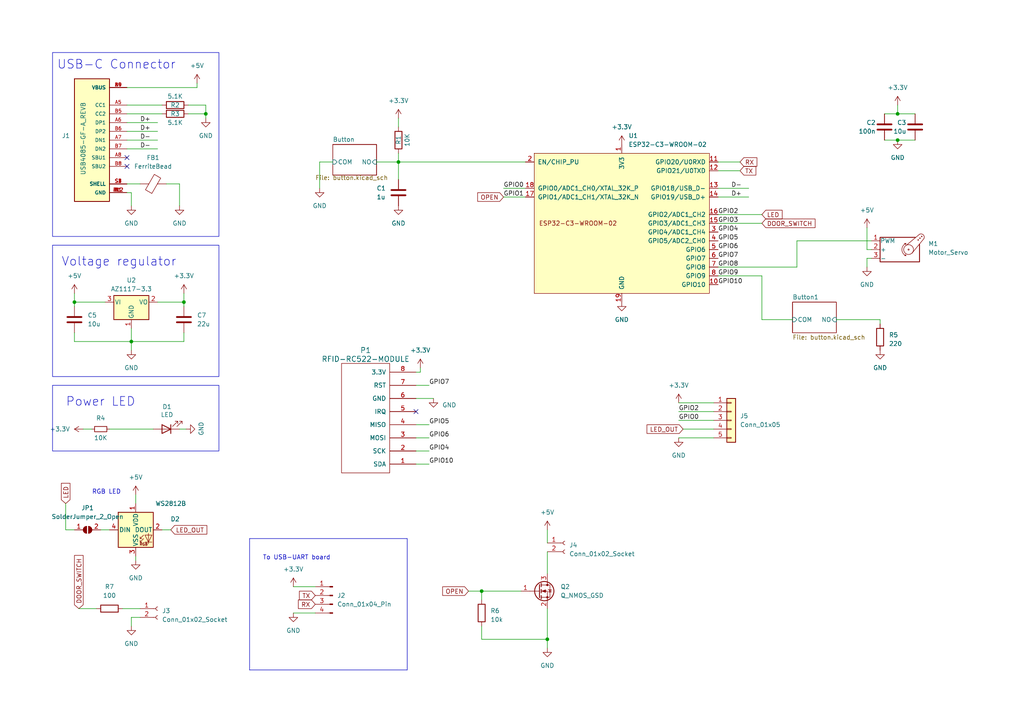
<source format=kicad_sch>
(kicad_sch (version 20230121) (generator eeschema)
  (paper "A4")
  (lib_symbols
    (symbol "Connector:Conn_01x02_Socket" (pin_names (offset 1.016) hide)
      (property "Reference" "J" (at 0 2.54 0))
      (property "Value" "Conn_01x02_Socket" (at 0 -5.08 0))
      (symbol "Conn_01x02_Socket_1_1"
        (arc (start 0 -2.032) (mid -0.5058 -2.54) (end 0 -3.048) (stroke (width 0.1524)))
        (polyline (pts (xy -1.27 -2.54) (xy -0.508 -2.54)) (stroke (width 0.1524)))
        (polyline (pts (xy -1.27 0) (xy -0.508 0)) (stroke (width 0.1524)))
        (arc (start 0 0.508) (mid -0.5058 0) (end 0 -0.508) (stroke (width 0.1524)))
        (pin passive line (at -5.08 0 0) (length 3.81) (name "Pin_1") (number "1"))
        (pin passive line (at -5.08 -2.54 0) (length 3.81) (name "Pin_2") (number "2"))
      )
    )
    (symbol "Connector:Conn_01x04_Pin" (pin_names (offset 1.016) hide)
      (property "Reference" "J" (at 0 5.08 0))
      (property "Value" "Conn_01x04_Pin" (at 0 -7.62 0))
      (symbol "Conn_01x04_Pin_1_1"
        (polyline (pts (xy 1.27 -5.08) (xy 0.8636 -5.08)) (stroke (width 0.1524)))
        (polyline (pts (xy 1.27 -2.54) (xy 0.8636 -2.54)) (stroke (width 0.1524)))
        (polyline (pts (xy 1.27 0) (xy 0.8636 0)) (stroke (width 0.1524)))
        (polyline (pts (xy 1.27 2.54) (xy 0.8636 2.54)) (stroke (width 0.1524)))
        (rectangle (start 0.8636 -4.953) (end 0 -5.207) (stroke (width 0.1524)) (fill (type outline)))
        (rectangle (start 0.8636 -2.413) (end 0 -2.667) (stroke (width 0.1524)) (fill (type outline)))
        (rectangle (start 0.8636 0.127) (end 0 -0.127) (stroke (width 0.1524)) (fill (type outline)))
        (rectangle (start 0.8636 2.667) (end 0 2.413) (stroke (width 0.1524)) (fill (type outline)))
        (pin passive line (at 5.08 2.54 180) (length 3.81) (name "Pin_1") (number "1"))
        (pin passive line (at 5.08 0 180) (length 3.81) (name "Pin_2") (number "2"))
        (pin passive line (at 5.08 -2.54 180) (length 3.81) (name "Pin_3") (number "3"))
        (pin passive line (at 5.08 -5.08 180) (length 3.81) (name "Pin_4") (number "4"))
      )
    )
    (symbol "Connector_Generic:Conn_01x05" (pin_names (offset 1.016) hide)
      (property "Reference" "J" (at 0 7.62 0))
      (property "Value" "Conn_01x05" (at 0 -7.62 0))
      (symbol "Conn_01x05_1_1"
        (rectangle (start -1.27 -4.953) (end 0 -5.207) (stroke (width 0.1524)))
        (rectangle (start -1.27 -2.413) (end 0 -2.667) (stroke (width 0.1524)))
        (rectangle (start -1.27 0.127) (end 0 -0.127) (stroke (width 0.1524)))
        (rectangle (start -1.27 2.667) (end 0 2.413) (stroke (width 0.1524)))
        (rectangle (start -1.27 5.207) (end 0 4.953) (stroke (width 0.1524)))
        (rectangle (start -1.27 6.35) (end 1.27 -6.35) (stroke (width 0.254)) (fill (type background)))
        (pin passive line (at -5.08 5.08 0) (length 3.81) (name "Pin_1") (number "1"))
        (pin passive line (at -5.08 2.54 0) (length 3.81) (name "Pin_2") (number "2"))
        (pin passive line (at -5.08 0 0) (length 3.81) (name "Pin_3") (number "3"))
        (pin passive line (at -5.08 -2.54 0) (length 3.81) (name "Pin_4") (number "4"))
        (pin passive line (at -5.08 -5.08 0) (length 3.81) (name "Pin_5") (number "5"))
      )
    )
    (symbol "Device:C" (pin_numbers hide) (pin_names (offset 0.254))
      (property "Reference" "C" (at 0.635 2.54 0))
      (property "Value" "C" (at 0.635 -2.54 0))
      (symbol "C_0_1"
        (polyline (pts (xy -2.032 -0.762) (xy 2.032 -0.762)) (stroke (width 0.508)))
        (polyline (pts (xy -2.032 0.762) (xy 2.032 0.762)) (stroke (width 0.508)))
      )
      (symbol "C_1_1"
        (pin passive line (at 0 3.81 270) (length 2.794) (name "~") (number "1"))
        (pin passive line (at 0 -3.81 90) (length 2.794) (name "~") (number "2"))
      )
    )
    (symbol "Device:FerriteBead" (pin_numbers hide) (pin_names (offset 0))
      (property "Reference" "FB" (at -3.81 0.635 90))
      (property "Value" "FerriteBead" (at 3.81 0 90))
      (symbol "FerriteBead_0_1"
        (polyline (pts (xy 0 -1.27) (xy 0 -1.2192)))
        (polyline (pts (xy 0 1.27) (xy 0 1.2954)))
        (polyline (pts (xy -2.7686 0.4064) (xy -1.7018 2.2606) (xy 2.7686 -0.3048) (xy 1.6764 -2.159) (xy -2.7686 0.4064)))
      )
      (symbol "FerriteBead_1_1"
        (pin passive line (at 0 3.81 270) (length 2.54) (name "~") (number "1"))
        (pin passive line (at 0 -3.81 90) (length 2.54) (name "~") (number "2"))
      )
    )
    (symbol "Device:LED" (pin_numbers hide) (pin_names (offset 1.016) hide)
      (property "Reference" "D" (at 0 2.54 0))
      (property "Value" "LED" (at 0 -2.54 0))
      (symbol "LED_0_1"
        (polyline (pts (xy -1.27 -1.27) (xy -1.27 1.27)) (stroke (width 0.254)))
        (polyline (pts (xy -1.27 0) (xy 1.27 0)))
        (polyline (pts (xy 1.27 -1.27) (xy 1.27 1.27) (xy -1.27 0) (xy 1.27 -1.27)) (stroke (width 0.254)))
        (polyline (pts (xy -3.048 -0.762) (xy -4.572 -2.286) (xy -3.81 -2.286) (xy -4.572 -2.286) (xy -4.572 -1.524)))
        (polyline (pts (xy -1.778 -0.762) (xy -3.302 -2.286) (xy -2.54 -2.286) (xy -3.302 -2.286) (xy -3.302 -1.524)))
      )
      (symbol "LED_1_1"
        (pin passive line (at -3.81 0 0) (length 2.54) (name "K") (number "1"))
        (pin passive line (at 3.81 0 180) (length 2.54) (name "A") (number "2"))
      )
    )
    (symbol "Device:Q_NMOS_GSD" (pin_names (offset 0) hide)
      (property "Reference" "Q" (at 5.08 1.27 0))
      (property "Value" "Q_NMOS_GSD" (at 5.08 -1.27 0))
      (symbol "Q_NMOS_GSD_0_1"
        (polyline (pts (xy 0.254 0) (xy -2.54 0)))
        (polyline (pts (xy 0.254 1.905) (xy 0.254 -1.905)) (stroke (width 0.254)))
        (polyline (pts (xy 0.762 -1.27) (xy 0.762 -2.286)) (stroke (width 0.254)))
        (polyline (pts (xy 0.762 0.508) (xy 0.762 -0.508)) (stroke (width 0.254)))
        (polyline (pts (xy 0.762 2.286) (xy 0.762 1.27)) (stroke (width 0.254)))
        (polyline (pts (xy 2.54 2.54) (xy 2.54 1.778)))
        (polyline (pts (xy 2.54 -2.54) (xy 2.54 0) (xy 0.762 0)))
        (polyline (pts (xy 0.762 -1.778) (xy 3.302 -1.778) (xy 3.302 1.778) (xy 0.762 1.778)))
        (polyline (pts (xy 1.016 0) (xy 2.032 0.381) (xy 2.032 -0.381) (xy 1.016 0)) (fill (type outline)))
        (polyline (pts (xy 2.794 0.508) (xy 2.921 0.381) (xy 3.683 0.381) (xy 3.81 0.254)))
        (polyline (pts (xy 3.302 0.381) (xy 2.921 -0.254) (xy 3.683 -0.254) (xy 3.302 0.381)))
        (circle (center 1.651 0) (radius 2.794) (stroke (width 0.254)))
        (circle (center 2.54 -1.778) (radius 0.254) (fill (type outline)))
        (circle (center 2.54 1.778) (radius 0.254) (fill (type outline)))
      )
      (symbol "Q_NMOS_GSD_1_1"
        (pin input line (at -5.08 0 0) (length 2.54) (name "G") (number "1"))
        (pin passive line (at 2.54 -5.08 90) (length 2.54) (name "S") (number "2"))
        (pin passive line (at 2.54 5.08 270) (length 2.54) (name "D") (number "3"))
      )
    )
    (symbol "Device:R" (pin_numbers hide) (pin_names (offset 0))
      (property "Reference" "R" (at 2.032 0 90))
      (property "Value" "R" (at 0 0 90))
      (symbol "R_0_1"
        (rectangle (start -1.016 -2.54) (end 1.016 2.54) (stroke (width 0.254)))
      )
      (symbol "R_1_1"
        (pin passive line (at 0 3.81 270) (length 1.27) (name "~") (number "1"))
        (pin passive line (at 0 -3.81 90) (length 1.27) (name "~") (number "2"))
      )
    )
    (symbol "Device:R_Small" (pin_numbers hide) (pin_names (offset 0.254) hide)
      (property "Reference" "R" (at 0.762 0.508 0))
      (property "Value" "Device_R_Small" (at 0.762 -1.016 0))
      (symbol "R_Small_0_1"
        (rectangle (start -0.762 1.778) (end 0.762 -1.778) (stroke (width 0.2032)))
      )
      (symbol "R_Small_1_1"
        (pin passive line (at 0 2.54 270) (length 0.762) (name "~") (number "1"))
        (pin passive line (at 0 -2.54 90) (length 0.762) (name "~") (number "2"))
      )
    )
    (symbol "Espressif:ESP32-C3-WROOM-02" (pin_names (offset 1.016))
      (property "Reference" "U" (at -25.4 25.4 0))
      (property "Value" "ESP32-C3-WROOM-02" (at -25.4 22.86 0))
      (symbol "ESP32-C3-WROOM-02_0_0"
        (text "ESP32-C3-WROOM-02" (at -12.7 0 0) (effects (font (size 1.27 1.27))))
      )
      (symbol "ESP32-C3-WROOM-02_0_1"
        (rectangle (start 25.4 20.32) (end -25.4 -20.32) (fill (type background)))
      )
      (symbol "ESP32-C3-WROOM-02_1_1"
        (pin power_in line (at 0 22.86 270) (length 2.54) (name "3V3") (number "1"))
        (pin bidirectional line (at 27.94 -17.78 180) (length 2.54) (name "GPIO10") (number "10"))
        (pin bidirectional line (at 27.94 17.78 180) (length 2.54) (name "GPIO20/U0RXD") (number "11"))
        (pin bidirectional line (at 27.94 15.24 180) (length 2.54) (name "GPIO21/U0TXD") (number "12"))
        (pin bidirectional line (at 27.94 10.16 180) (length 2.54) (name "GPIO18/USB_D-") (number "13"))
        (pin bidirectional line (at 27.94 7.62 180) (length 2.54) (name "GPIO19/USB_D+") (number "14"))
        (pin bidirectional line (at 27.94 0 180) (length 2.54) (name "GPIO3/ADC1_CH3") (number "15"))
        (pin bidirectional line (at 27.94 2.54 180) (length 2.54) (name "GPIO2/ADC1_CH2") (number "16"))
        (pin bidirectional line (at -27.94 7.62 0) (length 2.54) (name "GPIO1/ADC1_CH1/XTAL_32K_N") (number "17"))
        (pin bidirectional line (at -27.94 10.16 0) (length 2.54) (name "GPIO0/ADC1_CH0/XTAL_32K_P") (number "18"))
        (pin power_in line (at 0 -22.86 90) (length 2.54) (name "GND") (number "19"))
        (pin input line (at -27.94 17.78 0) (length 2.54) (name "EN/CHIP_PU") (number "2"))
        (pin bidirectional line (at 27.94 -2.54 180) (length 2.54) (name "GPIO4/ADC1_CH4") (number "3"))
        (pin bidirectional line (at 27.94 -5.08 180) (length 2.54) (name "GPIO5/ADC2_CH0") (number "4"))
        (pin bidirectional line (at 27.94 -7.62 180) (length 2.54) (name "GPIO6") (number "5"))
        (pin bidirectional line (at 27.94 -10.16 180) (length 2.54) (name "GPIO7") (number "6"))
        (pin bidirectional line (at 27.94 -12.7 180) (length 2.54) (name "GPIO8") (number "7"))
        (pin bidirectional line (at 27.94 -15.24 180) (length 2.54) (name "GPIO9") (number "8"))
        (pin passive line (at 0 -22.86 90) (length 2.54) hide (name "GND") (number "9"))
      )
    )
    (symbol "Jumper:SolderJumper_2_Open" (pin_names (offset 0) hide)
      (property "Reference" "JP" (at 0 2.032 0))
      (property "Value" "SolderJumper_2_Open" (at 0 -2.54 0))
      (symbol "SolderJumper_2_Open_0_1"
        (arc (start -0.254 1.016) (mid -1.2656 0) (end -0.254 -1.016))
        (arc (start -0.254 1.016) (mid -1.2656 0) (end -0.254 -1.016) (fill (type outline)))
        (polyline (pts (xy -0.254 1.016) (xy -0.254 -1.016)))
        (polyline (pts (xy 0.254 1.016) (xy 0.254 -1.016)))
        (arc (start 0.254 -1.016) (mid 1.2656 0) (end 0.254 1.016))
        (arc (start 0.254 -1.016) (mid 1.2656 0) (end 0.254 1.016) (fill (type outline)))
      )
      (symbol "SolderJumper_2_Open_1_1"
        (pin passive line (at -3.81 0 0) (length 2.54) (name "A") (number "1"))
        (pin passive line (at 3.81 0 180) (length 2.54) (name "B") (number "2"))
      )
    )
    (symbol "LED:WS2812B" (pin_names (offset 0.254))
      (property "Reference" "D" (at 5.08 5.715 0))
      (property "Value" "WS2812B" (at 1.27 -5.715 0))
      (symbol "WS2812B_0_0"
        (text "RGB" (at 2.286 -4.191 0) (effects (font (size 0.762 0.762))))
      )
      (symbol "WS2812B_0_1"
        (polyline (pts (xy 1.27 -3.556) (xy 1.778 -3.556)))
        (polyline (pts (xy 1.27 -2.54) (xy 1.778 -2.54)))
        (polyline (pts (xy 4.699 -3.556) (xy 2.667 -3.556)))
        (polyline (pts (xy 2.286 -2.54) (xy 1.27 -3.556) (xy 1.27 -3.048)))
        (polyline (pts (xy 2.286 -1.524) (xy 1.27 -2.54) (xy 1.27 -2.032)))
        (polyline (pts (xy 3.683 -1.016) (xy 3.683 -3.556) (xy 3.683 -4.064)))
        (polyline (pts (xy 4.699 -1.524) (xy 2.667 -1.524) (xy 3.683 -3.556) (xy 4.699 -1.524)))
        (rectangle (start 5.08 5.08) (end -5.08 -5.08) (stroke (width 0.254)) (fill (type background)))
      )
      (symbol "WS2812B_1_1"
        (pin power_in line (at 0 7.62 270) (length 2.54) (name "VDD") (number "1"))
        (pin output line (at 7.62 0 180) (length 2.54) (name "DOUT") (number "2"))
        (pin power_in line (at 0 -7.62 90) (length 2.54) (name "VSS") (number "3"))
        (pin input line (at -7.62 0 0) (length 2.54) (name "DIN") (number "4"))
      )
    )
    (symbol "Motor:Motor_Servo" (pin_names (offset 0.0254))
      (property "Reference" "M" (at -5.08 4.445 0))
      (property "Value" "Motor_Servo" (at -5.08 -4.064 0))
      (symbol "Motor_Servo_0_1"
        (polyline (pts (xy 2.413 -1.778) (xy 2.032 -1.778)))
        (polyline (pts (xy 2.413 -1.778) (xy 2.286 -1.397)))
        (polyline (pts (xy 2.413 1.778) (xy 1.905 1.778)))
        (polyline (pts (xy 2.413 1.778) (xy 2.286 1.397)))
        (polyline (pts (xy 6.35 4.445) (xy 2.54 1.27)))
        (polyline (pts (xy 7.62 3.175) (xy 4.191 -1.016)))
        (polyline (pts (xy 5.08 3.556) (xy -5.08 3.556) (xy -5.08 -3.556) (xy 6.35 -3.556) (xy 6.35 1.524)) (stroke (width 0.254)))
        (arc (start 2.413 1.778) (mid 1.2406 0) (end 2.413 -1.778))
        (circle (center 3.175 0) (radius 0.1778))
        (circle (center 3.175 0) (radius 1.4224))
        (circle (center 5.969 2.794) (radius 0.127))
        (circle (center 6.477 3.302) (radius 0.127))
        (circle (center 6.985 3.81) (radius 0.127))
        (arc (start 7.62 3.175) (mid 7.4485 4.2735) (end 6.35 4.445))
      )
      (symbol "Motor_Servo_1_1"
        (pin passive line (at -7.62 2.54 0) (length 2.54) (name "PWM") (number "1"))
        (pin passive line (at -7.62 0 0) (length 2.54) (name "+") (number "2"))
        (pin passive line (at -7.62 -2.54 0) (length 2.54) (name "-") (number "3"))
      )
    )
    (symbol "Regulator_Linear:AZ1117-3.3" (pin_names (offset 0.254))
      (property "Reference" "U" (at -3.81 3.175 0))
      (property "Value" "AZ1117-3.3" (at 0 3.175 0))
      (symbol "AZ1117-3.3_0_1"
        (rectangle (start -5.08 1.905) (end 5.08 -5.08) (stroke (width 0.254)) (fill (type background)))
      )
      (symbol "AZ1117-3.3_1_1"
        (pin power_in line (at 0 -7.62 90) (length 2.54) (name "GND") (number "1"))
        (pin power_out line (at 7.62 0 180) (length 2.54) (name "VO") (number "2"))
        (pin power_in line (at -7.62 0 0) (length 2.54) (name "VI") (number "3"))
      )
    )
    (symbol "USB4085-GF-A_REVB:USB4085-GF-A_REVB" (pin_names (offset 1.016))
      (property "Reference" "J" (at -5.08 18.288 0))
      (property "Value" "USB4085-GF-A_REVB" (at -5.08 -20.32 0))
      (symbol "USB4085-GF-A_REVB_0_0"
        (rectangle (start -5.08 -17.78) (end 5.08 17.78) (stroke (width 0.254)) (fill (type background)))
        (pin power_in line (at -10.16 -15.24 0) (length 5.08) (name "GND") (number "A1"))
        (pin power_in line (at -10.16 -15.24 0) (length 5.08) (name "GND") (number "A12"))
        (pin power_in line (at -10.16 15.24 0) (length 5.08) (name "VBUS") (number "A4"))
        (pin bidirectional line (at -10.16 10.16 0) (length 5.08) (name "CC1") (number "A5"))
        (pin bidirectional line (at -10.16 5.08 0) (length 5.08) (name "DP1") (number "A6"))
        (pin bidirectional line (at -10.16 0 0) (length 5.08) (name "DN1") (number "A7"))
        (pin bidirectional line (at -10.16 -5.08 0) (length 5.08) (name "SBU1") (number "A8"))
        (pin power_in line (at -10.16 15.24 0) (length 5.08) (name "VBUS") (number "A9"))
        (pin power_in line (at -10.16 -15.24 0) (length 5.08) (name "GND") (number "B1"))
        (pin power_in line (at -10.16 -15.24 0) (length 5.08) (name "GND") (number "B12"))
        (pin power_in line (at -10.16 15.24 0) (length 5.08) (name "VBUS") (number "B4"))
        (pin bidirectional line (at -10.16 7.62 0) (length 5.08) (name "CC2") (number "B5"))
        (pin bidirectional line (at -10.16 2.54 0) (length 5.08) (name "DP2") (number "B6"))
        (pin bidirectional line (at -10.16 -2.54 0) (length 5.08) (name "DN2") (number "B7"))
        (pin bidirectional line (at -10.16 -7.62 0) (length 5.08) (name "SBU2") (number "B8"))
        (pin power_in line (at -10.16 15.24 0) (length 5.08) (name "VBUS") (number "B9"))
        (pin passive line (at -10.16 -12.7 0) (length 5.08) (name "SHELL") (number "S1"))
        (pin passive line (at -10.16 -12.7 0) (length 5.08) (name "SHELL") (number "S2"))
        (pin passive line (at -10.16 -12.7 0) (length 5.08) (name "SHELL") (number "S3"))
        (pin passive line (at -10.16 -12.7 0) (length 5.08) (name "SHELL") (number "S4"))
      )
    )
    (symbol "power:+3.3V" (power) (pin_names (offset 0))
      (property "Value" "+3.3V" (at 0 3.556 0))
      (symbol "+3.3V_0_1"
        (polyline (pts (xy -0.762 1.27) (xy 0 2.54)))
        (polyline (pts (xy 0 0) (xy 0 2.54)))
        (polyline (pts (xy 0 2.54) (xy 0.762 1.27)))
      )
      (symbol "+3.3V_1_1"
        (pin power_in line (at 0 0 90) (length 0) hide (name "+3.3V") (number "1"))
      )
    )
    (symbol "power:+5V" (power) (pin_names (offset 0))
      (property "Value" "+5V" (at 0 3.556 0))
      (symbol "+5V_0_1"
        (polyline (pts (xy -0.762 1.27) (xy 0 2.54)))
        (polyline (pts (xy 0 0) (xy 0 2.54)))
        (polyline (pts (xy 0 2.54) (xy 0.762 1.27)))
      )
      (symbol "+5V_1_1"
        (pin power_in line (at 0 0 90) (length 0) hide (name "+5V") (number "1"))
      )
    )
    (symbol "power:GND" (power) (pin_names (offset 0))
      (property "Value" "GND" (at 0 -3.81 0))
      (symbol "GND_0_1"
        (polyline (pts (xy 0 0) (xy 0 -1.27) (xy 1.27 -1.27) (xy 0 -2.54) (xy -1.27 -1.27) (xy 0 -1.27)))
      )
      (symbol "GND_1_1"
        (pin power_in line (at 0 0 270) (length 0) hide (name "GND") (number "1"))
      )
    )
    (symbol "rfid-rc522-module:RFID-RC522-MODULE" (pin_names (offset 1.016))
      (property "Reference" "P" (at 0 1.27 0))
      (property "Value" "RFID-RC522-MODULE" (at -1.27 3.81 0))
      (symbol "RFID-RC522-MODULE_0_1"
        (rectangle (start -16.51 7.62) (end 15.24 -6.35))
      )
      (symbol "RFID-RC522-MODULE_1_1"
        (pin input line (at -13.97 -13.97 90) (length 7.62) (name "SDA") (number "1"))
        (pin input line (at -10.16 -13.97 90) (length 7.62) (name "SCK") (number "2"))
        (pin input line (at -6.35 -13.97 90) (length 7.62) (name "MOSI") (number "3"))
        (pin input line (at -2.54 -13.97 90) (length 7.62) (name "MISO") (number "4"))
        (pin input line (at 1.27 -13.97 90) (length 7.62) (name "IRQ") (number "5"))
        (pin input line (at 5.08 -13.97 90) (length 7.62) (name "GND") (number "6"))
        (pin input line (at 8.89 -13.97 90) (length 7.62) (name "RST") (number "7"))
        (pin input line (at 12.7 -13.97 90) (length 7.62) (name "3.3V") (number "8"))
      )
    )
  )
  (junction (at 260.35 40.64))
  (junction (at 158.75 185.42))
  (junction (at 38.1 99.06))
  (junction (at 53.34 87.63))
  (junction (at 21.59 87.63))
  (junction (at 260.35 33.02))
  (junction (at 139.7 171.45))
  (junction (at 59.69 33.02))
  (junction (at 115.57 46.99))
  (no_connect (at 36.83 45.72))
  (no_connect (at 120.65 119.38))
  (no_connect (at 36.83 48.26))
  (wire (pts (xy 260.35 33.02) (xy 265.43 33.02)))
  (wire (pts (xy 54.61 33.02) (xy 59.69 33.02)))
  (wire (pts (xy 38.1 181.61) (xy 38.1 179.07)))
  (wire (pts (xy 255.27 92.71) (xy 255.27 93.98)))
  (wire (pts (xy 109.22 46.99) (xy 115.57 46.99)))
  (wire (pts (xy 45.72 87.63) (xy 53.34 87.63)))
  (wire (pts (xy 214.63 46.99) (xy 208.28 46.99)))
  (wire (pts (xy 124.46 130.81) (xy 120.65 130.81)))
  (wire (pts (xy 92.71 46.99) (xy 92.71 54.61)))
  (wire (pts (xy 19.05 153.67) (xy 21.59 153.67)))
  (wire (pts (xy 220.98 64.77) (xy 208.28 64.77)))
  (wire (pts (xy 158.75 160.02) (xy 158.75 166.37)))
  (wire (pts (xy 85.09 177.8) (xy 91.44 177.8)))
  (wire (pts (xy 57.15 24.13) (xy 57.15 25.4)))
  (wire (pts (xy 124.46 134.62) (xy 120.65 134.62)))
  (wire (pts (xy 252.73 69.85) (xy 231.14 69.85)))
  (wire (pts (xy 251.46 72.39) (xy 252.73 72.39)))
  (wire (pts (xy 38.1 101.6) (xy 38.1 99.06)))
  (polyline (pts (xy 72.39 156.21) (xy 72.39 194.31)))
  (wire (pts (xy 53.34 99.06) (xy 53.34 96.52)))
  (wire (pts (xy 36.83 43.18) (xy 45.72 43.18)))
  (wire (pts (xy 139.7 181.61) (xy 139.7 185.42)))
  (wire (pts (xy 21.59 99.06) (xy 38.1 99.06)))
  (wire (pts (xy 53.34 87.63) (xy 53.34 88.9)))
  (wire (pts (xy 256.54 40.64) (xy 260.35 40.64)))
  (wire (pts (xy 151.13 171.45) (xy 139.7 171.45)))
  (wire (pts (xy 139.7 185.42) (xy 158.75 185.42)))
  (wire (pts (xy 59.69 30.48) (xy 54.61 30.48)))
  (wire (pts (xy 139.7 171.45) (xy 139.7 173.99)))
  (wire (pts (xy 231.14 77.47) (xy 208.28 77.47)))
  (wire (pts (xy 115.57 46.99) (xy 152.4 46.99)))
  (wire (pts (xy 59.69 30.48) (xy 59.69 33.02)))
  (wire (pts (xy 251.46 66.04) (xy 251.46 72.39)))
  (wire (pts (xy 39.37 143.51) (xy 39.37 146.05)))
  (wire (pts (xy 196.85 116.84) (xy 207.01 116.84)))
  (wire (pts (xy 121.92 107.95) (xy 121.92 106.68)))
  (wire (pts (xy 48.26 53.34) (xy 52.07 53.34)))
  (wire (pts (xy 260.35 33.02) (xy 256.54 33.02)))
  (wire (pts (xy 220.98 92.71) (xy 220.98 80.01)))
  (wire (pts (xy 39.37 161.29) (xy 39.37 162.56)))
  (wire (pts (xy 52.07 53.34) (xy 52.07 59.69)))
  (wire (pts (xy 214.63 49.53) (xy 208.28 49.53)))
  (wire (pts (xy 124.46 111.76) (xy 120.65 111.76)))
  (wire (pts (xy 158.75 153.67) (xy 158.75 157.48)))
  (wire (pts (xy 146.05 54.61) (xy 152.4 54.61)))
  (wire (pts (xy 38.1 55.88) (xy 36.83 55.88)))
  (wire (pts (xy 120.65 123.19) (xy 124.46 123.19)))
  (wire (pts (xy 158.75 185.42) (xy 158.75 187.96)))
  (wire (pts (xy 19.05 146.05) (xy 19.05 153.67)))
  (wire (pts (xy 196.85 119.38) (xy 207.01 119.38)))
  (wire (pts (xy 260.35 40.64) (xy 265.43 40.64)))
  (wire (pts (xy 53.34 85.09) (xy 53.34 87.63)))
  (wire (pts (xy 22.86 176.53) (xy 27.94 176.53)))
  (wire (pts (xy 252.73 74.93) (xy 251.46 74.93)))
  (wire (pts (xy 59.69 33.02) (xy 59.69 34.29)))
  (wire (pts (xy 208.28 57.15) (xy 217.17 57.15)))
  (wire (pts (xy 38.1 55.88) (xy 38.1 59.69)))
  (wire (pts (xy 44.45 124.46) (xy 31.75 124.46)))
  (wire (pts (xy 35.56 176.53) (xy 40.64 176.53)))
  (wire (pts (xy 196.85 127) (xy 207.01 127)))
  (wire (pts (xy 158.75 176.53) (xy 158.75 185.42)))
  (wire (pts (xy 242.57 92.71) (xy 255.27 92.71)))
  (wire (pts (xy 120.65 115.57) (xy 125.73 115.57)))
  (wire (pts (xy 121.92 107.95) (xy 120.65 107.95)))
  (wire (pts (xy 38.1 179.07) (xy 40.64 179.07)))
  (polyline (pts (xy 72.39 156.21) (xy 118.11 156.21)))
  (wire (pts (xy 146.05 57.15) (xy 152.4 57.15)))
  (wire (pts (xy 36.83 38.1) (xy 45.72 38.1)))
  (polyline (pts (xy 118.11 156.21) (xy 118.11 194.31)))
  (wire (pts (xy 36.83 40.64) (xy 45.72 40.64)))
  (wire (pts (xy 36.83 33.02) (xy 46.99 33.02)))
  (wire (pts (xy 26.67 124.46) (xy 24.13 124.46)))
  (wire (pts (xy 29.21 153.67) (xy 31.75 153.67)))
  (wire (pts (xy 38.1 99.06) (xy 38.1 95.25)))
  (wire (pts (xy 231.14 69.85) (xy 231.14 77.47)))
  (wire (pts (xy 49.53 153.67) (xy 46.99 153.67)))
  (wire (pts (xy 220.98 92.71) (xy 229.87 92.71)))
  (wire (pts (xy 38.1 99.06) (xy 53.34 99.06)))
  (wire (pts (xy 21.59 87.63) (xy 21.59 88.9)))
  (wire (pts (xy 21.59 96.52) (xy 21.59 99.06)))
  (polyline (pts (xy 118.11 194.31) (xy 72.39 194.31)))
  (wire (pts (xy 208.28 54.61) (xy 217.17 54.61)))
  (wire (pts (xy 196.85 121.92) (xy 207.01 121.92)))
  (wire (pts (xy 46.99 30.48) (xy 36.83 30.48)))
  (wire (pts (xy 57.15 25.4) (xy 36.83 25.4)))
  (wire (pts (xy 115.57 46.99) (xy 115.57 52.07)))
  (wire (pts (xy 251.46 74.93) (xy 251.46 77.47)))
  (wire (pts (xy 260.35 30.48) (xy 260.35 33.02)))
  (wire (pts (xy 21.59 87.63) (xy 21.59 85.09)))
  (wire (pts (xy 85.09 170.18) (xy 91.44 170.18)))
  (wire (pts (xy 36.83 35.56) (xy 45.72 35.56)))
  (wire (pts (xy 36.83 53.34) (xy 40.64 53.34)))
  (wire (pts (xy 30.48 87.63) (xy 21.59 87.63)))
  (wire (pts (xy 120.65 127) (xy 124.46 127)))
  (wire (pts (xy 115.57 44.45) (xy 115.57 46.99)))
  (wire (pts (xy 220.98 62.23) (xy 208.28 62.23)))
  (wire (pts (xy 115.57 34.29) (xy 115.57 36.83)))
  (wire (pts (xy 220.98 80.01) (xy 208.28 80.01)))
  (wire (pts (xy 135.89 171.45) (xy 139.7 171.45)))
  (wire (pts (xy 96.52 46.99) (xy 92.71 46.99)))
  (wire (pts (xy 52.07 124.46) (xy 53.975 124.46)))
  (wire (pts (xy 198.12 124.46) (xy 207.01 124.46)))
  (rectangle (start 15.24 111.76) (end 63.5 130.81))
  (rectangle (start 15.24 15.24) (end 63.5 68.58))
  (rectangle (start 15.24 71.12) (end 63.5 109.22))
  (text "Voltage regulator" (at 17.78 77.47 0) (effects (font (size 2.54 2.54)) (justify left bottom)))
  (text "Power LED" (at 19.05 118.11 0) (effects (font (size 2.54 2.54)) (justify left bottom)))
  (text "RGB LED" (at 26.67 143.51 0) (effects (font (size 1.27 1.27)) (justify left bottom)))
  (text "To USB-UART board" (at 76.2 162.56 0) (effects (font (size 1.27 1.27)) (justify left bottom)))
  (text "USB-C Connector" (at 16.51 20.32 0) (effects (font (size 2.54 2.54)) (justify left bottom)))
  (label "GPIO5" (at 124.46 123.19 0))
  (label "D-" (at 40.64 40.64 0))
  (label "GPIO5" (at 208.28 69.85 0))
  (label "D+" (at 40.64 38.1 0))
  (label "GPIO6" (at 124.46 127 0))
  (label "GPIO2" (at 208.28 62.23 0))
  (label "GPIO8" (at 208.28 77.47 0))
  (label "GPIO4" (at 124.46 130.81 0))
  (label "GPIO2" (at 196.85 119.38 0))
  (label "GPIO1" (at 146.05 57.15 0))
  (label "GPIO0" (at 196.85 121.92 0))
  (label "GPIO7" (at 124.46 111.76 0))
  (label "GPIO6" (at 208.28 72.39 0))
  (label "GPIO0" (at 146.05 54.61 0))
  (label "D-" (at 212.09 54.61 0))
  (label "D+" (at 212.09 57.15 0))
  (label "D-" (at 40.64 43.18 0))
  (label "GPIO3" (at 208.28 64.77 0))
  (label "GPIO9" (at 208.28 80.01 0))
  (label "D+" (at 40.64 35.56 0))
  (label "GPIO4" (at 208.28 67.31 0))
  (label "GPIO10" (at 208.28 82.55 0))
  (label "GPIO10" (at 124.46 134.62 0))
  (label "GPIO7" (at 208.28 74.93 0))
  (global_label "RX" (shape input) (at 91.44 175.26 180) (property "Intersheetrefs" "${INTERSHEET_REFS}" (effects hide)))
  (global_label "LED" (shape input) (at 220.98 62.23 0) (property "Intersheetrefs" "${INTERSHEET_REFS}" (effects hide)))
  (global_label "TX" (shape input) (at 91.44 172.72 180) (property "Intersheetrefs" "${INTERSHEET_REFS}" (effects hide)))
  (global_label "TX" (shape input) (at 214.63 49.53 0) (property "Intersheetrefs" "${INTERSHEET_REFS}" (effects hide)))
  (global_label "OPEN" (shape input) (at 135.89 171.45 180) (property "Intersheetrefs" "${INTERSHEET_REFS}" (effects hide)))
  (global_label "LED" (shape input) (at 19.05 146.05 90) (property "Intersheetrefs" "${INTERSHEET_REFS}" (effects hide)))
  (global_label "DOOR_SWITCH" (shape input) (at 220.98 64.77 0) (property "Intersheetrefs" "${INTERSHEET_REFS}" (effects hide)))
  (global_label "LED_OUT" (shape input) (at 198.12 124.46 180) (property "Intersheetrefs" "${INTERSHEET_REFS}" (effects hide)))
  (global_label "LED_OUT" (shape input) (at 49.53 153.67 0) (property "Intersheetrefs" "${INTERSHEET_REFS}" (effects hide)))
  (global_label "OPEN" (shape input) (at 146.05 57.15 180) (property "Intersheetrefs" "${INTERSHEET_REFS}" (effects hide)))
  (global_label "RX" (shape input) (at 214.63 46.99 0) (property "Intersheetrefs" "${INTERSHEET_REFS}" (effects hide)))
  (global_label "DOOR_SWITCH" (shape input) (at 22.86 176.53 90) (property "Intersheetrefs" "${INTERSHEET_REFS}" (effects hide)))
  (symbol (lib_id "USB4085-GF-A_REVB:USB4085-GF-A_REVB") (at 26.67 40.64 0) (mirror y) (unit 1)
    (property "Reference" "J1" (at 20.32 39.37 0) (effects (justify left)))
    (property "Value" "USB4085-GF-A_REVB" (at 24.13 50.8 90) (effects (justify left)))
    (property "Footprint" "Local footprints:GCT_USB4085-GF-A_REVB" (effects hide))
    (property "Datasheet" "https://www.mouser.fr/datasheet/2/837/GCT_usb4085-3240028.pdf" (effects hide))
    (property "MF" "Global Connector Technology" (effects hide))
    (property "MAXIMUM_PACKAGE_HEIGHT" "3.16mm" (effects hide))
    (property "Package" "None" (effects hide))
    (property "Price" "None" (effects hide))
    (property "Check_prices" "https://www.snapeda.com/parts/USB4085-GF-A/Global+Connector+Technology/view-part/?ref=eda" (effects hide))
    (property "STANDARD" "Manufacturer Recommendations" (effects hide))
    (property "PARTREV" "B" (effects hide))
    (property "SnapEDA_Link" "https://www.snapeda.com/parts/USB4085-GF-A/Global+Connector+Technology/view-part/?ref=snap" (effects hide))
    (property "MP" "USB4085-GF-A" (effects hide))
    (property "Description" "\nUSB-C (USB TYPE-C) USB 2.0 Receptacle Connector 24 (16+8 Dummy) Position Through Hole, Right Angle, low cost, 3.46mm profile, 16 pin, horizontal, Top mount\n" (effects hide))
    (property "MANUFACTURER" "Global Connector Technology" (effects hide))
    (property "Availability" "In Stock" (effects hide))
    (property "SNAPEDA_PN" "USB4085-GF-A" (effects hide))
  )
  (symbol (lib_id "power:GND") (at 196.85 127 0) (unit 1)
    (property "Reference" "#PWR027" (effects hide))
    (property "Value" "GND" (at 196.85 132.08 0))
  )
  (symbol (lib_id "Espressif:ESP32-C3-WROOM-02") (at 180.34 64.77 0) (unit 1)
    (property "Reference" "U1" (at 182.2959 39.37 0) (effects (justify left)))
    (property "Value" "ESP32-C3-WROOM-02" (at 182.2959 41.91 0) (effects (justify left)))
    (property "Footprint" "Espressif:ESP32-C3-WROOM-02" (effects hide))
    (property "Datasheet" "https://www.espressif.com/sites/default/files/documentation/esp32-c3-wroom-02_datasheet_en.pdf" (effects hide))
  )
  (symbol (lib_id "Device:C") (at 53.34 92.71 0) (unit 1)
    (property "Reference" "C7" (at 57.15 91.44 0) (effects (justify left)))
    (property "Value" "22u" (at 57.15 93.98 0) (effects (justify left)))
    (property "Footprint" "Capacitor_SMD:C_0805_2012Metric_Pad1.18x1.45mm_HandSolder" (effects hide))
  )
  (symbol (lib_id "power:+5V") (at 158.75 153.67 0) (unit 1)
    (property "Reference" "#PWR016" (effects hide))
    (property "Value" "+5V" (at 158.75 148.59 0))
  )
  (symbol (lib_id "Connector:Conn_01x02_Socket") (at 45.72 176.53 0) (unit 1)
    (property "Reference" "J3" (at 46.99 177.165 0) (effects (justify left)))
    (property "Value" "Conn_01x02_Socket" (at 46.99 179.705 0) (effects (justify left)))
    (property "Footprint" "Connector_PinSocket_2.54mm:PinSocket_1x02_P2.54mm_Horizontal" (effects hide))
  )
  (symbol (lib_id "power:GND") (at 251.46 77.47 0) (mirror y) (unit 1)
    (property "Reference" "#PWR018" (effects hide))
    (property "Value" "GND" (at 251.46 82.55 0))
  )
  (symbol (lib_id "power:GND") (at 260.35 40.64 0) (unit 1)
    (property "Reference" "#PWR022" (effects hide))
    (property "Value" "GND" (at 260.35 45.72 0))
  )
  (symbol (lib_id "power:+3.3V") (at 85.09 170.18 0) (unit 1)
    (property "Reference" "#PWR019" (effects hide))
    (property "Value" "+3.3V" (at 85.09 165.1 0))
  )
  (symbol (lib_id "Device:C") (at 115.57 55.88 0) (unit 1)
    (property "Reference" "C1" (at 109.22 54.61 0) (effects (justify left)))
    (property "Value" "1u" (at 109.22 57.15 0) (effects (justify left)))
    (property "Footprint" "Capacitor_SMD:C_0805_2012Metric_Pad1.18x1.45mm_HandSolder" (effects hide))
  )
  (symbol (lib_id "power:GND") (at 38.1 101.6 0) (unit 1)
    (property "Reference" "#PWR029" (effects hide))
    (property "Value" "GND" (at 38.1 106.68 0))
  )
  (symbol (lib_id "Connector_Generic:Conn_01x05") (at 212.09 121.92 0) (unit 1)
    (property "Reference" "J5" (at 214.63 120.65 0) (effects (justify left)))
    (property "Value" "Conn_01x05" (at 214.63 123.19 0) (effects (justify left)))
    (property "Footprint" "Connector_PinHeader_2.00mm:PinHeader_1x05_P2.00mm_Vertical" (effects hide))
  )
  (symbol (lib_id "power:GND") (at 38.1 181.61 0) (unit 1)
    (property "Reference" "#PWR024" (effects hide))
    (property "Value" "GND" (at 38.1 186.69 0))
  )
  (symbol (lib_id "Connector:Conn_01x04_Pin") (at 96.52 172.72 0) (mirror y) (unit 1)
    (property "Reference" "J2" (at 97.79 172.72 0) (effects (justify right)))
    (property "Value" "Conn_01x04_Pin" (at 97.79 175.26 0) (effects (justify right)))
    (property "Footprint" "Connector_PinHeader_2.54mm:PinHeader_1x04_P2.54mm_Vertical" (effects hide))
  )
  (symbol (lib_id "power:GND") (at 115.57 59.69 0) (unit 1)
    (property "Reference" "#PWR05" (effects hide))
    (property "Value" "GND" (at 115.57 64.77 0))
  )
  (symbol (lib_id "power:GND") (at 255.27 101.6 0) (mirror y) (unit 1)
    (property "Reference" "#PWR023" (effects hide))
    (property "Value" "GND" (at 255.27 106.68 0))
  )
  (symbol (lib_id "power:GND") (at 85.09 177.8 0) (unit 1)
    (property "Reference" "#PWR020" (effects hide))
    (property "Value" "GND" (at 85.09 182.88 0))
  )
  (symbol (lib_id "Device:R") (at 115.57 40.64 180) (unit 1)
    (property "Reference" "R1" (at 115.57 40.64 90))
    (property "Value" "10K" (at 118.11 40.64 90))
    (property "Footprint" "Resistor_SMD:R_0805_2012Metric_Pad1.20x1.40mm_HandSolder" (effects hide))
  )
  (symbol (lib_id "Device:R") (at 50.8 30.48 270) (mirror x) (unit 1)
    (property "Reference" "R2" (at 50.8 30.48 90))
    (property "Value" "5.1K" (at 50.8 27.94 90))
    (property "Footprint" "Resistor_SMD:R_0805_2012Metric_Pad1.20x1.40mm_HandSolder" (effects hide))
  )
  (symbol (lib_id "Device:R") (at 139.7 177.8 0) (unit 1)
    (property "Reference" "R6" (at 142.24 177.165 0) (effects (justify left)))
    (property "Value" "10k" (at 142.24 179.705 0) (effects (justify left)))
    (property "Footprint" "Resistor_SMD:R_0805_2012Metric_Pad1.20x1.40mm_HandSolder" (effects hide))
  )
  (symbol (lib_id "Motor:Motor_Servo") (at 260.35 72.39 0) (unit 1)
    (property "Reference" "M1" (at 269.24 70.6866 0) (effects (justify left)))
    (property "Value" "Motor_Servo" (at 269.24 73.2266 0) (effects (justify left)))
    (property "Footprint" "Connector_PinHeader_2.54mm:PinHeader_1x03_P2.54mm_Horizontal" (effects hide))
    (property "Datasheet" "http://forums.parallax.com/uploads/attachments/46831/74481.png" (effects hide))
  )
  (symbol (lib_id "Device:R_Small") (at 29.21 124.46 90) (unit 1)
    (property "Reference" "R4" (at 29.21 121.285 90))
    (property "Value" "10K" (at 29.21 127 90))
    (property "Footprint" "Resistor_SMD:R_0805_2012Metric_Pad1.20x1.40mm_HandSolder" (effects hide))
    (property "MPN" "DNP" (effects hide))
    (property "Manufacturer" "DNP" (effects hide))
    (property "MYPN" "DNP" (effects hide))
    (property "DNP" "X" (effects hide))
    (property "DPN" "DNP" (effects hide))
  )
  (symbol (lib_id "Device:R") (at 31.75 176.53 270) (unit 1)
    (property "Reference" "R7" (at 31.75 170.18 90))
    (property "Value" "100" (at 31.75 172.72 90))
    (property "Footprint" "Resistor_SMD:R_0805_2012Metric_Pad1.20x1.40mm_HandSolder" (effects hide))
  )
  (symbol (lib_id "Device:C") (at 21.59 92.71 0) (unit 1)
    (property "Reference" "C5" (at 25.4 91.44 0) (effects (justify left)))
    (property "Value" "10u" (at 25.4 93.98 0) (effects (justify left)))
    (property "Footprint" "Capacitor_SMD:C_0805_2012Metric_Pad1.18x1.45mm_HandSolder" (effects hide))
  )
  (symbol (lib_id "Device:C") (at 256.54 36.83 0) (unit 1)
    (property "Reference" "C2" (at 254 35.56 0) (effects (justify right)))
    (property "Value" "100n" (at 254 38.1 0) (effects (justify right)))
    (property "Footprint" "Capacitor_SMD:C_0805_2012Metric_Pad1.18x1.45mm_HandSolder" (effects hide))
  )
  (symbol (lib_id "Jumper:SolderJumper_2_Open") (at 25.4 153.67 0) (unit 1)
    (property "Reference" "JP1" (at 25.4 147.32 0))
    (property "Value" "SolderJumper_2_Open" (at 25.4 149.86 0))
    (property "Footprint" "Jumper:SolderJumper-2_P1.3mm_Open_TrianglePad1.0x1.5mm" (effects hide))
  )
  (symbol (lib_id "power:GND") (at 39.37 162.56 0) (unit 1)
    (property "Reference" "#PWR017" (effects hide))
    (property "Value" "GND" (at 39.37 167.64 0))
  )
  (symbol (lib_id "power:+3.3V") (at 24.13 124.46 90) (mirror x) (unit 1)
    (property "Reference" "#PWR010" (effects hide))
    (property "Value" "+3.3V" (at 20.32 124.46 90) (effects (justify left)))
  )
  (symbol (lib_id "power:+3.3V") (at 53.34 85.09 0) (unit 1)
    (property "Reference" "#PWR030" (effects hide))
    (property "Value" "+3.3V" (at 53.34 80.01 0))
  )
  (symbol (lib_id "power:+3.3V") (at 196.85 116.84 0) (unit 1)
    (property "Reference" "#PWR026" (effects hide))
    (property "Value" "+3.3V" (at 196.85 111.76 0))
  )
  (symbol (lib_id "Device:R") (at 255.27 97.79 0) (unit 1)
    (property "Reference" "R5" (at 257.81 97.155 0) (effects (justify left)))
    (property "Value" "220" (at 257.81 99.695 0) (effects (justify left)))
    (property "Footprint" "Resistor_SMD:R_0805_2012Metric_Pad1.20x1.40mm_HandSolder" (effects hide))
  )
  (symbol (lib_id "power:+5V") (at 39.37 143.51 0) (unit 1)
    (property "Reference" "#PWR013" (effects hide))
    (property "Value" "+5V" (at 39.37 138.43 0))
  )
  (symbol (lib_id "Device:FerriteBead") (at 44.45 53.34 90) (unit 1)
    (property "Reference" "FB1" (at 44.3992 45.72 90))
    (property "Value" "FerriteBead" (at 44.3992 48.26 90))
    (property "Footprint" "Resistor_SMD:R_0805_2012Metric_Pad1.20x1.40mm_HandSolder" (effects hide))
    (property "Datasheet" "https://www.mouser.fr/datasheet/2/396/LSM01_e-3082089.pdf" (effects hide))
  )
  (symbol (lib_id "Device:Q_NMOS_GSD") (at 156.21 171.45 0) (unit 1)
    (property "Reference" "Q2" (at 162.56 170.18 0) (effects (justify left)))
    (property "Value" "Q_NMOS_GSD" (at 162.56 172.72 0) (effects (justify left)))
    (property "Footprint" "Package_TO_SOT_SMD:SOT-23-3" (effects hide))
  )
  (symbol (lib_id "power:+5V") (at 57.15 24.13 0) (unit 1)
    (property "Reference" "#PWR08" (effects hide))
    (property "Value" "+5V" (at 57.15 19.05 0))
  )
  (symbol (lib_id "power:+3.3V") (at 115.57 34.29 0) (unit 1)
    (property "Reference" "#PWR04" (effects hide))
    (property "Value" "+3.3V" (at 115.57 29.21 0))
  )
  (symbol (lib_id "Regulator_Linear:AZ1117-3.3") (at 38.1 87.63 0) (unit 1)
    (property "Reference" "U2" (at 38.1 81.28 0))
    (property "Value" "AZ1117-3.3" (at 38.1 83.82 0))
    (property "Footprint" "Package_TO_SOT_SMD:SOT-89-3_Handsoldering" (effects hide))
    (property "Datasheet" "https://www.diodes.com/assets/Datasheets/AZ1117C.pdf" (effects hide))
  )
  (symbol (lib_id "power:GND") (at 52.07 59.69 0) (unit 1)
    (property "Reference" "#PWR07" (effects hide))
    (property "Value" "GND" (at 52.07 64.77 0))
  )
  (symbol (lib_id "Device:LED") (at 48.26 124.46 180) (unit 1)
    (property "Reference" "D1" (at 48.4378 117.983 0))
    (property "Value" "LED" (at 48.4378 120.2944 0))
    (property "Footprint" "Diode_SMD:D_0805_2012Metric_Pad1.15x1.40mm_HandSolder" (effects hide))
    (property "DPN" "150060VS55040" (effects hide))
    (property "Manufacturer" "Wurth Electronics" (effects hide))
    (property "Description" "Vishay VSMB1940X01 IR LED, 940nm, 2-Pin SMD 0805, 2 x 1.25 x 0.85mm" (effects hide))
    (property "Manufacturer_Name" "Vishay" (effects hide))
    (property "Manufacturer_Part_Number" "VSMB1940X01" (effects hide))
    (property "Mouser Part Number" "782-VSMB1940X01" (effects hide))
    (property "Mouser Price/Stock" "https://www.mouser.co.uk/ProductDetail/Vishay-Semiconductors/VSMB1940X01?qs=EvRzT9Rf7CYxu0wwgby0sw%3D%3D" (effects hide))
    (property "Arrow Part Number" "VSMB1940X01" (effects hide))
    (property "Arrow Price/Stock" "https://www.arrow.com/en/products/vsmb1940x01/vishay" (effects hide))
  )
  (symbol (lib_id "power:+3.3V") (at 260.35 30.48 0) (unit 1)
    (property "Reference" "#PWR021" (effects hide))
    (property "Value" "+3.3V" (at 260.35 25.4 0))
  )
  (symbol (lib_id "power:GND") (at 125.73 115.57 0) (unit 1)
    (property "Reference" "#PWR06" (effects hide))
    (property "Value" "GND" (at 128.27 117.475 0) (effects (justify left)))
  )
  (symbol (lib_id "power:+5V") (at 251.46 66.04 0) (unit 1)
    (property "Reference" "#PWR025" (effects hide))
    (property "Value" "+5V" (at 251.46 60.96 0))
  )
  (symbol (lib_id "power:GND") (at 180.34 87.63 0) (unit 1)
    (property "Reference" "#PWR015" (effects hide))
    (property "Value" "GND" (at 180.34 92.71 0))
  )
  (symbol (lib_id "power:GND") (at 53.975 124.46 90) (unit 1)
    (property "Reference" "#PWR012" (effects hide))
    (property "Value" "GND" (at 58.3692 124.333 0))
  )
  (symbol (lib_id "power:GND") (at 158.75 187.96 0) (unit 1)
    (property "Reference" "#PWR028" (effects hide))
    (property "Value" "GND" (at 158.75 193.04 0))
  )
  (symbol (lib_id "LED:WS2812B") (at 39.37 153.67 0) (unit 1)
    (property "Reference" "D2" (at 50.8 150.5459 0))
    (property "Value" "WS2812B" (at 49.53 146.05 0))
    (property "Footprint" "LED_SMD:LED_WS2812B_PLCC4_5.0x5.0mm_P3.2mm" (effects hide))
    (property "Datasheet" "https://cdn-shop.adafruit.com/datasheets/WS2812B.pdf" (effects hide))
  )
  (symbol (lib_id "power:GND") (at 59.69 34.29 0) (unit 1)
    (property "Reference" "#PWR09" (effects hide))
    (property "Value" "GND" (at 59.69 39.37 0))
  )
  (symbol (lib_id "rfid-rc522-module:RFID-RC522-MODULE") (at 106.68 120.65 90) (unit 1)
    (property "Reference" "P1" (at 106.045 101.6 90) (effects (font (size 1.524 1.524))))
    (property "Value" "RFID-RC522-MODULE" (at 106.045 104.14 90) (effects (font (size 1.524 1.524))))
    (property "Footprint" "Connector_PinSocket_2.54mm:PinSocket_1x08_P2.54mm_Vertical" (effects hide))
  )
  (symbol (lib_id "power:+3.3V") (at 180.34 41.91 0) (unit 1)
    (property "Reference" "#PWR014" (effects hide))
    (property "Value" "+3.3V" (at 180.34 36.83 0))
  )
  (symbol (lib_id "power:+3.3V") (at 121.92 106.68 0) (unit 1)
    (property "Reference" "#PWR03" (effects hide))
    (property "Value" "+3.3V" (at 121.92 101.6 0))
  )
  (symbol (lib_id "Device:C") (at 265.43 36.83 0) (unit 1)
    (property "Reference" "C3" (at 262.89 35.56 0) (effects (justify right)))
    (property "Value" "10u" (at 262.89 38.1 0) (effects (justify right)))
    (property "Footprint" "Capacitor_SMD:C_0805_2012Metric_Pad1.18x1.45mm_HandSolder" (effects hide))
  )
  (symbol (lib_id "power:GND") (at 92.71 54.61 0) (unit 1)
    (property "Reference" "#PWR01" (effects hide))
    (property "Value" "GND" (at 92.71 59.69 0))
  )
  (symbol (lib_id "Connector:Conn_01x02_Socket") (at 163.83 157.48 0) (unit 1)
    (property "Reference" "J4" (at 165.1 158.115 0) (effects (justify left)))
    (property "Value" "Conn_01x02_Socket" (at 165.1 160.655 0) (effects (justify left)))
    (property "Footprint" "Connector_PinSocket_2.54mm:PinSocket_1x02_P2.54mm_Horizontal" (effects hide))
  )
  (symbol (lib_id "Device:R") (at 50.8 33.02 90) (unit 1)
    (property "Reference" "R3" (at 50.8 33.02 90))
    (property "Value" "5.1K" (at 50.8 35.56 90))
    (property "Footprint" "Resistor_SMD:R_0805_2012Metric_Pad1.20x1.40mm_HandSolder" (effects hide))
  )
  (symbol (lib_id "power:GND") (at 38.1 59.69 0) (unit 1)
    (property "Reference" "#PWR02" (effects hide))
    (property "Value" "GND" (at 38.1 64.77 0))
  )
  (symbol (lib_id "power:+5V") (at 21.59 85.09 0) (unit 1)
    (property "Reference" "#PWR011" (effects hide))
    (property "Value" "+5V" (at 21.59 80.01 0))
  )
  (sheet (at 96.52 41.91) (size 12.7 8.89) (stroke (width 0.1524))
    (property "Sheetname" "Button" (at 96.52 41.1984 0) (effects (justify left bottom)))
    (property "Sheetfile" "button.kicad_sch" (at 91.44 50.8 0) (effects (justify left top)))
    (pin "NO" input (at 109.22 46.99 0))
    (pin "COM" input (at 96.52 46.99 180))
  )
  (sheet (at 229.87 87.63) (size 12.7 8.89) (stroke (width 0.1524))
    (property "Sheetname" "Button1" (at 229.87 86.9184 0) (effects (justify left bottom)))
    (property "Sheetfile" "button.kicad_sch" (at 229.87 97.1046 0) (effects (justify left top)))
    (pin "NO" input (at 242.57 92.71 0))
    (pin "COM" input (at 229.87 92.71 180))
  )
)
</source>
